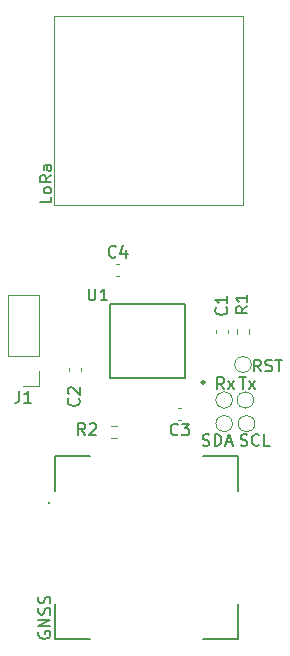
<source format=gto>
G04 #@! TF.GenerationSoftware,KiCad,Pcbnew,(7.0.0)*
G04 #@! TF.CreationDate,2023-03-12T21:45:25+01:00*
G04 #@! TF.ProjectId,tracker,74726163-6b65-4722-9e6b-696361645f70,rev?*
G04 #@! TF.SameCoordinates,Original*
G04 #@! TF.FileFunction,Legend,Top*
G04 #@! TF.FilePolarity,Positive*
%FSLAX46Y46*%
G04 Gerber Fmt 4.6, Leading zero omitted, Abs format (unit mm)*
G04 Created by KiCad (PCBNEW (7.0.0)) date 2023-03-12 21:45:25*
%MOMM*%
%LPD*%
G01*
G04 APERTURE LIST*
%ADD10C,0.150000*%
%ADD11C,0.120000*%
%ADD12C,0.200000*%
%ADD13C,0.250000*%
%ADD14C,0.100000*%
G04 APERTURE END LIST*
D10*
X152109523Y-89582380D02*
X151776190Y-89106190D01*
X151538095Y-89582380D02*
X151538095Y-88582380D01*
X151538095Y-88582380D02*
X151919047Y-88582380D01*
X151919047Y-88582380D02*
X152014285Y-88630000D01*
X152014285Y-88630000D02*
X152061904Y-88677619D01*
X152061904Y-88677619D02*
X152109523Y-88772857D01*
X152109523Y-88772857D02*
X152109523Y-88915714D01*
X152109523Y-88915714D02*
X152061904Y-89010952D01*
X152061904Y-89010952D02*
X152014285Y-89058571D01*
X152014285Y-89058571D02*
X151919047Y-89106190D01*
X151919047Y-89106190D02*
X151538095Y-89106190D01*
X152490476Y-89534761D02*
X152633333Y-89582380D01*
X152633333Y-89582380D02*
X152871428Y-89582380D01*
X152871428Y-89582380D02*
X152966666Y-89534761D01*
X152966666Y-89534761D02*
X153014285Y-89487142D01*
X153014285Y-89487142D02*
X153061904Y-89391904D01*
X153061904Y-89391904D02*
X153061904Y-89296666D01*
X153061904Y-89296666D02*
X153014285Y-89201428D01*
X153014285Y-89201428D02*
X152966666Y-89153809D01*
X152966666Y-89153809D02*
X152871428Y-89106190D01*
X152871428Y-89106190D02*
X152680952Y-89058571D01*
X152680952Y-89058571D02*
X152585714Y-89010952D01*
X152585714Y-89010952D02*
X152538095Y-88963333D01*
X152538095Y-88963333D02*
X152490476Y-88868095D01*
X152490476Y-88868095D02*
X152490476Y-88772857D01*
X152490476Y-88772857D02*
X152538095Y-88677619D01*
X152538095Y-88677619D02*
X152585714Y-88630000D01*
X152585714Y-88630000D02*
X152680952Y-88582380D01*
X152680952Y-88582380D02*
X152919047Y-88582380D01*
X152919047Y-88582380D02*
X153061904Y-88630000D01*
X153347619Y-88582380D02*
X153919047Y-88582380D01*
X153633333Y-89582380D02*
X153633333Y-88582380D01*
X150390476Y-95834761D02*
X150533333Y-95882380D01*
X150533333Y-95882380D02*
X150771428Y-95882380D01*
X150771428Y-95882380D02*
X150866666Y-95834761D01*
X150866666Y-95834761D02*
X150914285Y-95787142D01*
X150914285Y-95787142D02*
X150961904Y-95691904D01*
X150961904Y-95691904D02*
X150961904Y-95596666D01*
X150961904Y-95596666D02*
X150914285Y-95501428D01*
X150914285Y-95501428D02*
X150866666Y-95453809D01*
X150866666Y-95453809D02*
X150771428Y-95406190D01*
X150771428Y-95406190D02*
X150580952Y-95358571D01*
X150580952Y-95358571D02*
X150485714Y-95310952D01*
X150485714Y-95310952D02*
X150438095Y-95263333D01*
X150438095Y-95263333D02*
X150390476Y-95168095D01*
X150390476Y-95168095D02*
X150390476Y-95072857D01*
X150390476Y-95072857D02*
X150438095Y-94977619D01*
X150438095Y-94977619D02*
X150485714Y-94930000D01*
X150485714Y-94930000D02*
X150580952Y-94882380D01*
X150580952Y-94882380D02*
X150819047Y-94882380D01*
X150819047Y-94882380D02*
X150961904Y-94930000D01*
X151961904Y-95787142D02*
X151914285Y-95834761D01*
X151914285Y-95834761D02*
X151771428Y-95882380D01*
X151771428Y-95882380D02*
X151676190Y-95882380D01*
X151676190Y-95882380D02*
X151533333Y-95834761D01*
X151533333Y-95834761D02*
X151438095Y-95739523D01*
X151438095Y-95739523D02*
X151390476Y-95644285D01*
X151390476Y-95644285D02*
X151342857Y-95453809D01*
X151342857Y-95453809D02*
X151342857Y-95310952D01*
X151342857Y-95310952D02*
X151390476Y-95120476D01*
X151390476Y-95120476D02*
X151438095Y-95025238D01*
X151438095Y-95025238D02*
X151533333Y-94930000D01*
X151533333Y-94930000D02*
X151676190Y-94882380D01*
X151676190Y-94882380D02*
X151771428Y-94882380D01*
X151771428Y-94882380D02*
X151914285Y-94930000D01*
X151914285Y-94930000D02*
X151961904Y-94977619D01*
X152866666Y-95882380D02*
X152390476Y-95882380D01*
X152390476Y-95882380D02*
X152390476Y-94882380D01*
X147190476Y-95834761D02*
X147333333Y-95882380D01*
X147333333Y-95882380D02*
X147571428Y-95882380D01*
X147571428Y-95882380D02*
X147666666Y-95834761D01*
X147666666Y-95834761D02*
X147714285Y-95787142D01*
X147714285Y-95787142D02*
X147761904Y-95691904D01*
X147761904Y-95691904D02*
X147761904Y-95596666D01*
X147761904Y-95596666D02*
X147714285Y-95501428D01*
X147714285Y-95501428D02*
X147666666Y-95453809D01*
X147666666Y-95453809D02*
X147571428Y-95406190D01*
X147571428Y-95406190D02*
X147380952Y-95358571D01*
X147380952Y-95358571D02*
X147285714Y-95310952D01*
X147285714Y-95310952D02*
X147238095Y-95263333D01*
X147238095Y-95263333D02*
X147190476Y-95168095D01*
X147190476Y-95168095D02*
X147190476Y-95072857D01*
X147190476Y-95072857D02*
X147238095Y-94977619D01*
X147238095Y-94977619D02*
X147285714Y-94930000D01*
X147285714Y-94930000D02*
X147380952Y-94882380D01*
X147380952Y-94882380D02*
X147619047Y-94882380D01*
X147619047Y-94882380D02*
X147761904Y-94930000D01*
X148190476Y-95882380D02*
X148190476Y-94882380D01*
X148190476Y-94882380D02*
X148428571Y-94882380D01*
X148428571Y-94882380D02*
X148571428Y-94930000D01*
X148571428Y-94930000D02*
X148666666Y-95025238D01*
X148666666Y-95025238D02*
X148714285Y-95120476D01*
X148714285Y-95120476D02*
X148761904Y-95310952D01*
X148761904Y-95310952D02*
X148761904Y-95453809D01*
X148761904Y-95453809D02*
X148714285Y-95644285D01*
X148714285Y-95644285D02*
X148666666Y-95739523D01*
X148666666Y-95739523D02*
X148571428Y-95834761D01*
X148571428Y-95834761D02*
X148428571Y-95882380D01*
X148428571Y-95882380D02*
X148190476Y-95882380D01*
X149142857Y-95596666D02*
X149619047Y-95596666D01*
X149047619Y-95882380D02*
X149380952Y-94882380D01*
X149380952Y-94882380D02*
X149714285Y-95882380D01*
X150295238Y-90082380D02*
X150866666Y-90082380D01*
X150580952Y-91082380D02*
X150580952Y-90082380D01*
X151104762Y-91082380D02*
X151628571Y-90415714D01*
X151104762Y-90415714D02*
X151628571Y-91082380D01*
X149009523Y-91082380D02*
X148676190Y-90606190D01*
X148438095Y-91082380D02*
X148438095Y-90082380D01*
X148438095Y-90082380D02*
X148819047Y-90082380D01*
X148819047Y-90082380D02*
X148914285Y-90130000D01*
X148914285Y-90130000D02*
X148961904Y-90177619D01*
X148961904Y-90177619D02*
X149009523Y-90272857D01*
X149009523Y-90272857D02*
X149009523Y-90415714D01*
X149009523Y-90415714D02*
X148961904Y-90510952D01*
X148961904Y-90510952D02*
X148914285Y-90558571D01*
X148914285Y-90558571D02*
X148819047Y-90606190D01*
X148819047Y-90606190D02*
X148438095Y-90606190D01*
X149342857Y-91082380D02*
X149866666Y-90415714D01*
X149342857Y-90415714D02*
X149866666Y-91082380D01*
X134377380Y-74785714D02*
X134377380Y-75261904D01*
X134377380Y-75261904D02*
X133377380Y-75261904D01*
X134377380Y-74309523D02*
X134329761Y-74404761D01*
X134329761Y-74404761D02*
X134282142Y-74452380D01*
X134282142Y-74452380D02*
X134186904Y-74499999D01*
X134186904Y-74499999D02*
X133901190Y-74499999D01*
X133901190Y-74499999D02*
X133805952Y-74452380D01*
X133805952Y-74452380D02*
X133758333Y-74404761D01*
X133758333Y-74404761D02*
X133710714Y-74309523D01*
X133710714Y-74309523D02*
X133710714Y-74166666D01*
X133710714Y-74166666D02*
X133758333Y-74071428D01*
X133758333Y-74071428D02*
X133805952Y-74023809D01*
X133805952Y-74023809D02*
X133901190Y-73976190D01*
X133901190Y-73976190D02*
X134186904Y-73976190D01*
X134186904Y-73976190D02*
X134282142Y-74023809D01*
X134282142Y-74023809D02*
X134329761Y-74071428D01*
X134329761Y-74071428D02*
X134377380Y-74166666D01*
X134377380Y-74166666D02*
X134377380Y-74309523D01*
X134377380Y-72976190D02*
X133901190Y-73309523D01*
X134377380Y-73547618D02*
X133377380Y-73547618D01*
X133377380Y-73547618D02*
X133377380Y-73166666D01*
X133377380Y-73166666D02*
X133425000Y-73071428D01*
X133425000Y-73071428D02*
X133472619Y-73023809D01*
X133472619Y-73023809D02*
X133567857Y-72976190D01*
X133567857Y-72976190D02*
X133710714Y-72976190D01*
X133710714Y-72976190D02*
X133805952Y-73023809D01*
X133805952Y-73023809D02*
X133853571Y-73071428D01*
X133853571Y-73071428D02*
X133901190Y-73166666D01*
X133901190Y-73166666D02*
X133901190Y-73547618D01*
X134377380Y-72119047D02*
X133853571Y-72119047D01*
X133853571Y-72119047D02*
X133758333Y-72166666D01*
X133758333Y-72166666D02*
X133710714Y-72261904D01*
X133710714Y-72261904D02*
X133710714Y-72452380D01*
X133710714Y-72452380D02*
X133758333Y-72547618D01*
X134329761Y-72119047D02*
X134377380Y-72214285D01*
X134377380Y-72214285D02*
X134377380Y-72452380D01*
X134377380Y-72452380D02*
X134329761Y-72547618D01*
X134329761Y-72547618D02*
X134234523Y-72595237D01*
X134234523Y-72595237D02*
X134139285Y-72595237D01*
X134139285Y-72595237D02*
X134044047Y-72547618D01*
X134044047Y-72547618D02*
X133996428Y-72452380D01*
X133996428Y-72452380D02*
X133996428Y-72214285D01*
X133996428Y-72214285D02*
X133948809Y-72119047D01*
X133330000Y-111638095D02*
X133282380Y-111733333D01*
X133282380Y-111733333D02*
X133282380Y-111876190D01*
X133282380Y-111876190D02*
X133330000Y-112019047D01*
X133330000Y-112019047D02*
X133425238Y-112114285D01*
X133425238Y-112114285D02*
X133520476Y-112161904D01*
X133520476Y-112161904D02*
X133710952Y-112209523D01*
X133710952Y-112209523D02*
X133853809Y-112209523D01*
X133853809Y-112209523D02*
X134044285Y-112161904D01*
X134044285Y-112161904D02*
X134139523Y-112114285D01*
X134139523Y-112114285D02*
X134234761Y-112019047D01*
X134234761Y-112019047D02*
X134282380Y-111876190D01*
X134282380Y-111876190D02*
X134282380Y-111780952D01*
X134282380Y-111780952D02*
X134234761Y-111638095D01*
X134234761Y-111638095D02*
X134187142Y-111590476D01*
X134187142Y-111590476D02*
X133853809Y-111590476D01*
X133853809Y-111590476D02*
X133853809Y-111780952D01*
X134282380Y-111161904D02*
X133282380Y-111161904D01*
X133282380Y-111161904D02*
X134282380Y-110590476D01*
X134282380Y-110590476D02*
X133282380Y-110590476D01*
X134234761Y-110161904D02*
X134282380Y-110019047D01*
X134282380Y-110019047D02*
X134282380Y-109780952D01*
X134282380Y-109780952D02*
X134234761Y-109685714D01*
X134234761Y-109685714D02*
X134187142Y-109638095D01*
X134187142Y-109638095D02*
X134091904Y-109590476D01*
X134091904Y-109590476D02*
X133996666Y-109590476D01*
X133996666Y-109590476D02*
X133901428Y-109638095D01*
X133901428Y-109638095D02*
X133853809Y-109685714D01*
X133853809Y-109685714D02*
X133806190Y-109780952D01*
X133806190Y-109780952D02*
X133758571Y-109971428D01*
X133758571Y-109971428D02*
X133710952Y-110066666D01*
X133710952Y-110066666D02*
X133663333Y-110114285D01*
X133663333Y-110114285D02*
X133568095Y-110161904D01*
X133568095Y-110161904D02*
X133472857Y-110161904D01*
X133472857Y-110161904D02*
X133377619Y-110114285D01*
X133377619Y-110114285D02*
X133330000Y-110066666D01*
X133330000Y-110066666D02*
X133282380Y-109971428D01*
X133282380Y-109971428D02*
X133282380Y-109733333D01*
X133282380Y-109733333D02*
X133330000Y-109590476D01*
X134234761Y-109209523D02*
X134282380Y-109066666D01*
X134282380Y-109066666D02*
X134282380Y-108828571D01*
X134282380Y-108828571D02*
X134234761Y-108733333D01*
X134234761Y-108733333D02*
X134187142Y-108685714D01*
X134187142Y-108685714D02*
X134091904Y-108638095D01*
X134091904Y-108638095D02*
X133996666Y-108638095D01*
X133996666Y-108638095D02*
X133901428Y-108685714D01*
X133901428Y-108685714D02*
X133853809Y-108733333D01*
X133853809Y-108733333D02*
X133806190Y-108828571D01*
X133806190Y-108828571D02*
X133758571Y-109019047D01*
X133758571Y-109019047D02*
X133710952Y-109114285D01*
X133710952Y-109114285D02*
X133663333Y-109161904D01*
X133663333Y-109161904D02*
X133568095Y-109209523D01*
X133568095Y-109209523D02*
X133472857Y-109209523D01*
X133472857Y-109209523D02*
X133377619Y-109161904D01*
X133377619Y-109161904D02*
X133330000Y-109114285D01*
X133330000Y-109114285D02*
X133282380Y-109019047D01*
X133282380Y-109019047D02*
X133282380Y-108780952D01*
X133282380Y-108780952D02*
X133330000Y-108638095D01*
G04 #@! TO.C,R2*
X137233333Y-94967380D02*
X136900000Y-94491190D01*
X136661905Y-94967380D02*
X136661905Y-93967380D01*
X136661905Y-93967380D02*
X137042857Y-93967380D01*
X137042857Y-93967380D02*
X137138095Y-94015000D01*
X137138095Y-94015000D02*
X137185714Y-94062619D01*
X137185714Y-94062619D02*
X137233333Y-94157857D01*
X137233333Y-94157857D02*
X137233333Y-94300714D01*
X137233333Y-94300714D02*
X137185714Y-94395952D01*
X137185714Y-94395952D02*
X137138095Y-94443571D01*
X137138095Y-94443571D02*
X137042857Y-94491190D01*
X137042857Y-94491190D02*
X136661905Y-94491190D01*
X137614286Y-94062619D02*
X137661905Y-94015000D01*
X137661905Y-94015000D02*
X137757143Y-93967380D01*
X137757143Y-93967380D02*
X137995238Y-93967380D01*
X137995238Y-93967380D02*
X138090476Y-94015000D01*
X138090476Y-94015000D02*
X138138095Y-94062619D01*
X138138095Y-94062619D02*
X138185714Y-94157857D01*
X138185714Y-94157857D02*
X138185714Y-94253095D01*
X138185714Y-94253095D02*
X138138095Y-94395952D01*
X138138095Y-94395952D02*
X137566667Y-94967380D01*
X137566667Y-94967380D02*
X138185714Y-94967380D01*
G04 #@! TO.C,R1*
X150967380Y-84066666D02*
X150491190Y-84399999D01*
X150967380Y-84638094D02*
X149967380Y-84638094D01*
X149967380Y-84638094D02*
X149967380Y-84257142D01*
X149967380Y-84257142D02*
X150015000Y-84161904D01*
X150015000Y-84161904D02*
X150062619Y-84114285D01*
X150062619Y-84114285D02*
X150157857Y-84066666D01*
X150157857Y-84066666D02*
X150300714Y-84066666D01*
X150300714Y-84066666D02*
X150395952Y-84114285D01*
X150395952Y-84114285D02*
X150443571Y-84161904D01*
X150443571Y-84161904D02*
X150491190Y-84257142D01*
X150491190Y-84257142D02*
X150491190Y-84638094D01*
X150967380Y-83114285D02*
X150967380Y-83685713D01*
X150967380Y-83399999D02*
X149967380Y-83399999D01*
X149967380Y-83399999D02*
X150110238Y-83495237D01*
X150110238Y-83495237D02*
X150205476Y-83590475D01*
X150205476Y-83590475D02*
X150253095Y-83685713D01*
G04 #@! TO.C,C2*
X136672142Y-91866666D02*
X136719761Y-91914285D01*
X136719761Y-91914285D02*
X136767380Y-92057142D01*
X136767380Y-92057142D02*
X136767380Y-92152380D01*
X136767380Y-92152380D02*
X136719761Y-92295237D01*
X136719761Y-92295237D02*
X136624523Y-92390475D01*
X136624523Y-92390475D02*
X136529285Y-92438094D01*
X136529285Y-92438094D02*
X136338809Y-92485713D01*
X136338809Y-92485713D02*
X136195952Y-92485713D01*
X136195952Y-92485713D02*
X136005476Y-92438094D01*
X136005476Y-92438094D02*
X135910238Y-92390475D01*
X135910238Y-92390475D02*
X135815000Y-92295237D01*
X135815000Y-92295237D02*
X135767380Y-92152380D01*
X135767380Y-92152380D02*
X135767380Y-92057142D01*
X135767380Y-92057142D02*
X135815000Y-91914285D01*
X135815000Y-91914285D02*
X135862619Y-91866666D01*
X135862619Y-91485713D02*
X135815000Y-91438094D01*
X135815000Y-91438094D02*
X135767380Y-91342856D01*
X135767380Y-91342856D02*
X135767380Y-91104761D01*
X135767380Y-91104761D02*
X135815000Y-91009523D01*
X135815000Y-91009523D02*
X135862619Y-90961904D01*
X135862619Y-90961904D02*
X135957857Y-90914285D01*
X135957857Y-90914285D02*
X136053095Y-90914285D01*
X136053095Y-90914285D02*
X136195952Y-90961904D01*
X136195952Y-90961904D02*
X136767380Y-91533332D01*
X136767380Y-91533332D02*
X136767380Y-90914285D01*
G04 #@! TO.C,C3*
X145083333Y-94902142D02*
X145035714Y-94949761D01*
X145035714Y-94949761D02*
X144892857Y-94997380D01*
X144892857Y-94997380D02*
X144797619Y-94997380D01*
X144797619Y-94997380D02*
X144654762Y-94949761D01*
X144654762Y-94949761D02*
X144559524Y-94854523D01*
X144559524Y-94854523D02*
X144511905Y-94759285D01*
X144511905Y-94759285D02*
X144464286Y-94568809D01*
X144464286Y-94568809D02*
X144464286Y-94425952D01*
X144464286Y-94425952D02*
X144511905Y-94235476D01*
X144511905Y-94235476D02*
X144559524Y-94140238D01*
X144559524Y-94140238D02*
X144654762Y-94045000D01*
X144654762Y-94045000D02*
X144797619Y-93997380D01*
X144797619Y-93997380D02*
X144892857Y-93997380D01*
X144892857Y-93997380D02*
X145035714Y-94045000D01*
X145035714Y-94045000D02*
X145083333Y-94092619D01*
X145416667Y-93997380D02*
X146035714Y-93997380D01*
X146035714Y-93997380D02*
X145702381Y-94378333D01*
X145702381Y-94378333D02*
X145845238Y-94378333D01*
X145845238Y-94378333D02*
X145940476Y-94425952D01*
X145940476Y-94425952D02*
X145988095Y-94473571D01*
X145988095Y-94473571D02*
X146035714Y-94568809D01*
X146035714Y-94568809D02*
X146035714Y-94806904D01*
X146035714Y-94806904D02*
X145988095Y-94902142D01*
X145988095Y-94902142D02*
X145940476Y-94949761D01*
X145940476Y-94949761D02*
X145845238Y-94997380D01*
X145845238Y-94997380D02*
X145559524Y-94997380D01*
X145559524Y-94997380D02*
X145464286Y-94949761D01*
X145464286Y-94949761D02*
X145416667Y-94902142D01*
G04 #@! TO.C,U1*
X137538095Y-82567380D02*
X137538095Y-83376904D01*
X137538095Y-83376904D02*
X137585714Y-83472142D01*
X137585714Y-83472142D02*
X137633333Y-83519761D01*
X137633333Y-83519761D02*
X137728571Y-83567380D01*
X137728571Y-83567380D02*
X137919047Y-83567380D01*
X137919047Y-83567380D02*
X138014285Y-83519761D01*
X138014285Y-83519761D02*
X138061904Y-83472142D01*
X138061904Y-83472142D02*
X138109523Y-83376904D01*
X138109523Y-83376904D02*
X138109523Y-82567380D01*
X139109523Y-83567380D02*
X138538095Y-83567380D01*
X138823809Y-83567380D02*
X138823809Y-82567380D01*
X138823809Y-82567380D02*
X138728571Y-82710238D01*
X138728571Y-82710238D02*
X138633333Y-82805476D01*
X138633333Y-82805476D02*
X138538095Y-82853095D01*
G04 #@! TO.C,C4*
X139833333Y-79842142D02*
X139785714Y-79889761D01*
X139785714Y-79889761D02*
X139642857Y-79937380D01*
X139642857Y-79937380D02*
X139547619Y-79937380D01*
X139547619Y-79937380D02*
X139404762Y-79889761D01*
X139404762Y-79889761D02*
X139309524Y-79794523D01*
X139309524Y-79794523D02*
X139261905Y-79699285D01*
X139261905Y-79699285D02*
X139214286Y-79508809D01*
X139214286Y-79508809D02*
X139214286Y-79365952D01*
X139214286Y-79365952D02*
X139261905Y-79175476D01*
X139261905Y-79175476D02*
X139309524Y-79080238D01*
X139309524Y-79080238D02*
X139404762Y-78985000D01*
X139404762Y-78985000D02*
X139547619Y-78937380D01*
X139547619Y-78937380D02*
X139642857Y-78937380D01*
X139642857Y-78937380D02*
X139785714Y-78985000D01*
X139785714Y-78985000D02*
X139833333Y-79032619D01*
X140690476Y-79270714D02*
X140690476Y-79937380D01*
X140452381Y-78889761D02*
X140214286Y-79604047D01*
X140214286Y-79604047D02*
X140833333Y-79604047D01*
G04 #@! TO.C,J1*
X131666666Y-91222380D02*
X131666666Y-91936666D01*
X131666666Y-91936666D02*
X131619047Y-92079523D01*
X131619047Y-92079523D02*
X131523809Y-92174761D01*
X131523809Y-92174761D02*
X131380952Y-92222380D01*
X131380952Y-92222380D02*
X131285714Y-92222380D01*
X132666666Y-92222380D02*
X132095238Y-92222380D01*
X132380952Y-92222380D02*
X132380952Y-91222380D01*
X132380952Y-91222380D02*
X132285714Y-91365238D01*
X132285714Y-91365238D02*
X132190476Y-91460476D01*
X132190476Y-91460476D02*
X132095238Y-91508095D01*
G04 #@! TO.C,C1*
X149172142Y-84166666D02*
X149219761Y-84214285D01*
X149219761Y-84214285D02*
X149267380Y-84357142D01*
X149267380Y-84357142D02*
X149267380Y-84452380D01*
X149267380Y-84452380D02*
X149219761Y-84595237D01*
X149219761Y-84595237D02*
X149124523Y-84690475D01*
X149124523Y-84690475D02*
X149029285Y-84738094D01*
X149029285Y-84738094D02*
X148838809Y-84785713D01*
X148838809Y-84785713D02*
X148695952Y-84785713D01*
X148695952Y-84785713D02*
X148505476Y-84738094D01*
X148505476Y-84738094D02*
X148410238Y-84690475D01*
X148410238Y-84690475D02*
X148315000Y-84595237D01*
X148315000Y-84595237D02*
X148267380Y-84452380D01*
X148267380Y-84452380D02*
X148267380Y-84357142D01*
X148267380Y-84357142D02*
X148315000Y-84214285D01*
X148315000Y-84214285D02*
X148362619Y-84166666D01*
X149267380Y-83214285D02*
X149267380Y-83785713D01*
X149267380Y-83499999D02*
X148267380Y-83499999D01*
X148267380Y-83499999D02*
X148410238Y-83595237D01*
X148410238Y-83595237D02*
X148505476Y-83690475D01*
X148505476Y-83690475D02*
X148553095Y-83785713D01*
D11*
G04 #@! TO.C,R2*
X139437742Y-95222500D02*
X139912258Y-95222500D01*
X139437742Y-94177500D02*
X139912258Y-94177500D01*
G04 #@! TO.C,TP1*
X151500000Y-92000000D02*
G75*
G03*
X151500000Y-92000000I-700000J0D01*
G01*
G04 #@! TO.C,R1*
X150077500Y-86437258D02*
X150077500Y-85962742D01*
X151122500Y-86437258D02*
X151122500Y-85962742D01*
G04 #@! TO.C,C2*
X135890000Y-89540580D02*
X135890000Y-89259420D01*
X136910000Y-89540580D02*
X136910000Y-89259420D01*
G04 #@! TO.C,TP2*
X149700000Y-92000000D02*
G75*
G03*
X149700000Y-92000000I-700000J0D01*
G01*
G04 #@! TO.C,C3*
X145390580Y-93710000D02*
X145109420Y-93710000D01*
X145390580Y-92690000D02*
X145109420Y-92690000D01*
G04 #@! TO.C,TP5*
X151300000Y-89000000D02*
G75*
G03*
X151300000Y-89000000I-700000J0D01*
G01*
G04 #@! TO.C,TP3*
X149700000Y-94000000D02*
G75*
G03*
X149700000Y-94000000I-700000J0D01*
G01*
D12*
G04 #@! TO.C,U1*
X145650000Y-90150000D02*
X139350000Y-90150000D01*
X145650000Y-83850000D02*
X145650000Y-90150000D01*
X139350000Y-90150000D02*
X139350000Y-83850000D01*
X139350000Y-83850000D02*
X145650000Y-83850000D01*
D13*
X147350000Y-90500000D02*
G75*
G03*
X147350000Y-90500000I-125000J0D01*
G01*
D14*
G04 #@! TO.C,ANT1*
X134100000Y-100700000D02*
X134100000Y-100700000D01*
X134200000Y-100700000D02*
X134200000Y-100700000D01*
D12*
X134700000Y-96750000D02*
X137650000Y-96750000D01*
X134700000Y-99700000D02*
X134700000Y-96750000D01*
X134700000Y-109300000D02*
X134700000Y-112250000D01*
X134700000Y-112250000D02*
X137650000Y-112250000D01*
X147250000Y-96750000D02*
X150200000Y-96750000D01*
X150200000Y-96750000D02*
X150200000Y-99700000D01*
X150200000Y-109300000D02*
X150200000Y-112250000D01*
X150200000Y-112250000D02*
X147250000Y-112250000D01*
D14*
X134200000Y-100700000D02*
G75*
G03*
X134100000Y-100700000I-50000J0D01*
G01*
X134100000Y-100700000D02*
G75*
G03*
X134200000Y-100700000I50000J0D01*
G01*
D11*
G04 #@! TO.C,TP4*
X151600000Y-94000000D02*
G75*
G03*
X151600000Y-94000000I-700000J0D01*
G01*
G04 #@! TO.C,C4*
X139859420Y-80490000D02*
X140140580Y-80490000D01*
X139859420Y-81510000D02*
X140140580Y-81510000D01*
G04 #@! TO.C,J1*
X133330000Y-90855000D02*
X132000000Y-90855000D01*
X133330000Y-89525000D02*
X133330000Y-90855000D01*
X133330000Y-88255000D02*
X133330000Y-83115000D01*
X133330000Y-88255000D02*
X130670000Y-88255000D01*
X133330000Y-83115000D02*
X130670000Y-83115000D01*
X130670000Y-88255000D02*
X130670000Y-83115000D01*
G04 #@! TO.C,C1*
X149310000Y-86059420D02*
X149310000Y-86340580D01*
X148290000Y-86059420D02*
X148290000Y-86340580D01*
G04 #@! TO.C,SOM1*
X134595000Y-75500000D02*
X150595000Y-75500000D01*
X150595000Y-75500000D02*
X150595000Y-59500000D01*
X150595000Y-59500000D02*
X134595000Y-59500000D01*
X134595000Y-59500000D02*
X134595000Y-75500000D01*
G04 #@! TD*
M02*

</source>
